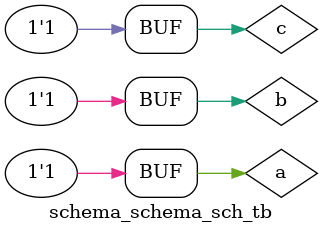
<source format=v>

`timescale 1ns / 1ps

module schema_schema_sch_tb();

// Inputs
   reg a;
   reg b;
   reg c;

// Output
   wire f;

// Bidirs

// Instantiate the UUT
   schema UUT (
		.a(a), 
		.b(b), 
		.c(c), 
		.f(f)
   );
// Initialize Inputs
   initial begin
	a = 0;
	b = 0;
	c= 0;
	#10
	a = 0;
	b = 0;
	c = 1;
	#10
	a = 0;
	b = 1;
	c = 0;
	#10
	a = 0;
	b= 1;
	c = 1;
	#10
	a = 1;
	b= 0;
	c = 0;
	#10
	a = 1;
	b = 0;
	c = 1;
	#10
	a = 1;
	b = 1;
	c = 0;
	#10
	a = 1;
	b = 1;
	c = 1;

end
endmodule

</source>
